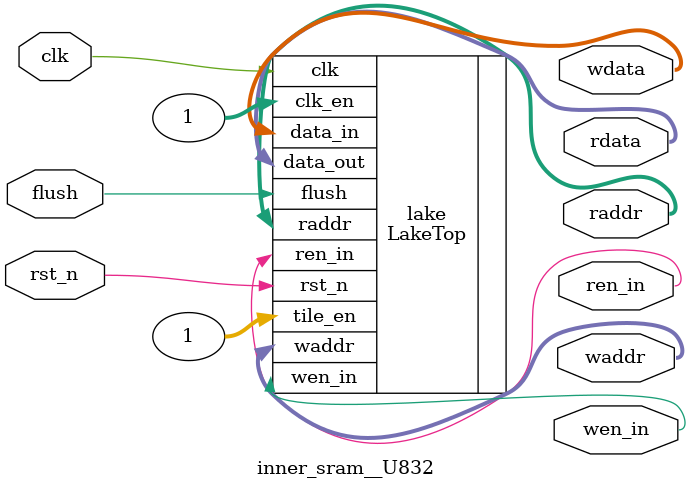
<source format=sv>
module inner_sram__U384(input logic clk, input logic flush, input logic rst_n, output logic [15:0] rdata, output logic [15:0] wdata, output logic [15:0] raddr, output logic [15:0] waddr, output logic ren_in, output logic wen_in);

  LakeTop lake(.clk(clk), .flush(flush), .rst_n(rst_n), .data_out(rdata), .data_in(wdata), .raddr(raddr), .waddr(waddr), .ren_in(ren_in), .wen_in(wen_in), .clk_en(1), .tile_en(1));

endmodule
module inner_sram__U417(input logic clk, input logic flush, input logic rst_n, output logic [15:0] rdata, output logic [15:0] wdata, output logic [15:0] raddr, output logic [15:0] waddr, output logic ren_in, output logic wen_in);

  LakeTop lake(.clk(clk), .flush(flush), .rst_n(rst_n), .data_out(rdata), .data_in(wdata), .raddr(raddr), .waddr(waddr), .ren_in(ren_in), .wen_in(wen_in), .clk_en(1), .tile_en(1));

endmodule
module inner_sram__U450(input logic clk, input logic flush, input logic rst_n, output logic [15:0] rdata, output logic [15:0] wdata, output logic [15:0] raddr, output logic [15:0] waddr, output logic ren_in, output logic wen_in);

  LakeTop lake(.clk(clk), .flush(flush), .rst_n(rst_n), .data_out(rdata), .data_in(wdata), .raddr(raddr), .waddr(waddr), .ren_in(ren_in), .wen_in(wen_in), .clk_en(1), .tile_en(1));

endmodule
module inner_sram__U483(input logic clk, input logic flush, input logic rst_n, output logic [15:0] rdata, output logic [15:0] wdata, output logic [15:0] raddr, output logic [15:0] waddr, output logic ren_in, output logic wen_in);

  LakeTop lake(.clk(clk), .flush(flush), .rst_n(rst_n), .data_out(rdata), .data_in(wdata), .raddr(raddr), .waddr(waddr), .ren_in(ren_in), .wen_in(wen_in), .clk_en(1), .tile_en(1));

endmodule
module inner_sram__U528(input logic clk, input logic flush, input logic rst_n, output logic [15:0] rdata, output logic [15:0] wdata, output logic [15:0] raddr, output logic [15:0] waddr, output logic ren_in, output logic wen_in);

  LakeTop lake(.clk(clk), .flush(flush), .rst_n(rst_n), .data_out(rdata), .data_in(wdata), .raddr(raddr), .waddr(waddr), .ren_in(ren_in), .wen_in(wen_in), .clk_en(1), .tile_en(1));

endmodule
module inner_sram__U601(input logic clk, input logic flush, input logic rst_n, output logic [15:0] rdata, output logic [15:0] wdata, output logic [15:0] raddr, output logic [15:0] waddr, output logic ren_in, output logic wen_in);

  LakeTop lake(.clk(clk), .flush(flush), .rst_n(rst_n), .data_out(rdata), .data_in(wdata), .raddr(raddr), .waddr(waddr), .ren_in(ren_in), .wen_in(wen_in), .clk_en(1), .tile_en(1));

endmodule
module inner_sram__U672(input logic clk, input logic flush, input logic rst_n, output logic [15:0] rdata, output logic [15:0] wdata, output logic [15:0] raddr, output logic [15:0] waddr, output logic ren_in, output logic wen_in);

  LakeTop lake(.clk(clk), .flush(flush), .rst_n(rst_n), .data_out(rdata), .data_in(wdata), .raddr(raddr), .waddr(waddr), .ren_in(ren_in), .wen_in(wen_in), .clk_en(1), .tile_en(1));

endmodule
module inner_sram__U731(input logic clk, input logic flush, input logic rst_n, output logic [15:0] rdata, output logic [15:0] wdata, output logic [15:0] raddr, output logic [15:0] waddr, output logic ren_in, output logic wen_in);

  LakeTop lake(.clk(clk), .flush(flush), .rst_n(rst_n), .data_out(rdata), .data_in(wdata), .raddr(raddr), .waddr(waddr), .ren_in(ren_in), .wen_in(wen_in), .clk_en(1), .tile_en(1));

endmodule
module inner_sram__U791(input logic clk, input logic flush, input logic rst_n, output logic [15:0] rdata, output logic [15:0] wdata, output logic [15:0] raddr, output logic [15:0] waddr, output logic ren_in, output logic wen_in);

  LakeTop lake(.clk(clk), .flush(flush), .rst_n(rst_n), .data_out(rdata), .data_in(wdata), .raddr(raddr), .waddr(waddr), .ren_in(ren_in), .wen_in(wen_in), .clk_en(1), .tile_en(1));

endmodule
module inner_sram__U832(input logic clk, input logic flush, input logic rst_n, output logic [15:0] rdata, output logic [15:0] wdata, output logic [15:0] raddr, output logic [15:0] waddr, output logic ren_in, output logic wen_in);

  LakeTop lake(.clk(clk), .flush(flush), .rst_n(rst_n), .data_out(rdata), .data_in(wdata), .raddr(raddr), .waddr(waddr), .ren_in(ren_in), .wen_in(wen_in), .clk_en(1), .tile_en(1));

endmodule

</source>
